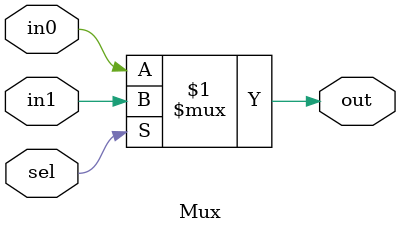
<source format=v>
module Mux(out, in0, in1, sel);
    output wire out;
    input  wire in0;
    input  wire in1;
    input  wire sel;

    assign out = sel ? in1 : in0;
endmodule
</source>
